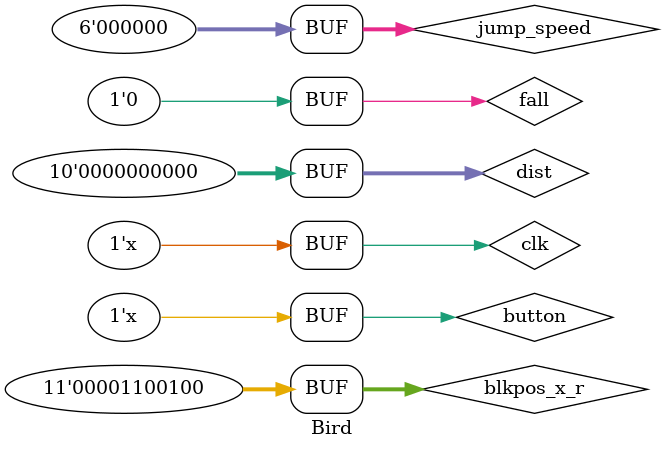
<source format=v>
`timescale 1ns / 1ps


module Bird(

    );
    
    
    reg clk;
    initial begin
        clk = 0;
    end
    
    always begin
        #1 clk = ~clk;
    end
    
    reg button;
    initial begin
        button = 0;
    end
    always begin
        #100 button = ~button;
     end
    
    reg [10:0] blkpos_x_r = 11'd100;
    reg [10:0] blkpos_y_r = 11'd450;
    
// ~~~ FALL LOGIC ~~~     
    reg [9:0] ticks_fall = 0;
    reg [9:0] ticks_jump = 0;
    reg [9:0] dist = 0;
    reg [5:0] fall_speed = 0;
    reg [5:0] jump_speed = 0;
    reg [0:0] fall = 0;
    reg [0:0] jump=1'b0; // jump flag
    reg [9:0] but_delay = 0;
    
// ~~~ JUMP LOGIC ~~~
    always@ (posedge clk) begin
        // check button press -> if pressed, reset all values and set jump flag to 1
        if (button==1 && but_delay>=25) begin
            // reset fall logic
            ticks_fall<= 0;
            fall_speed<= 0;
            jump <= 1;
            ticks_jump<=0;
            but_delay<=0;
        end else begin
            but_delay<=but_delay+1;
        end
        
        if (jump==1) begin // in jump state
            blkpos_y_r<=blkpos_y_r-10;
            ticks_jump<=ticks_jump+1;
            if (ticks_jump>=15) begin
                jump<=0;
                ticks_jump<=0;
                ticks_fall<= 0;
                fall_speed<=1;
//                jump_speed<=0;
    //            ticks<=0;
    //            fall_speed<=0;
            end
        end else begin // jump==0 // in fall state
            if (ticks_fall%8==0) begin
                fall_speed<=fall_speed+1;
            end
            blkpos_y_r<=blkpos_y_r+fall_speed;
            ticks_fall<=ticks_fall+1;
        end
        
        if (blkpos_y_r<=10 || blkpos_y_r>=890) begin
            blkpos_y_r<=450;
            fall_speed<=0;
            ticks_fall<=0;
            ticks_jump<=0;
            jump<=0;
        end
    end
endmodule

</source>
